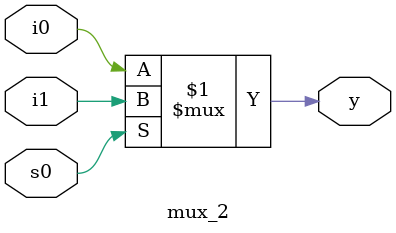
<source format=v>
module mux_2(s0,i1,i0,y);

input s0,i0,i1;
output  y;
wire k;	


/*always@(s0,i1,i0)

	begin
		if(s0==1'b0 )
		begin
			assign k=i0;
			assign y=k;
		end

		else 
		begin
			assign k=i1;
			assign y=k;
		end
		

	end*/

assign y = s0?i1:i0 ;


endmodule

</source>
